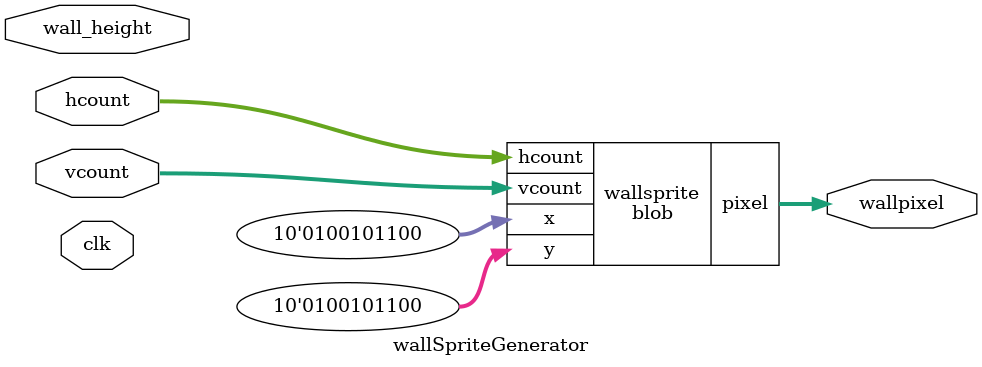
<source format=v>
`timescale 1ns / 1ps


module labkit(
   input CLK100MHZ,
   input[15:0] SW, 
   input BTNC, BTNU, BTNL, BTNR, BTND,
   output[3:0] VGA_R, 
   output[3:0] VGA_B, 
   output[3:0] VGA_G,
   output[7:0] JA, 
   output VGA_HS, 
   output VGA_VS, 
   output LED16_B, LED16_G, LED16_R,
   output LED17_B, LED17_G, LED17_R,
   output[15:0] LED,
   output[7:0] SEG,  // segments A-G (0-6), DP (7)
   output[7:0] AN    // Display 0-7
   );
   

// create 25mhz system clock
    wire clock_25mhz;
    clock_quarter_divider clockgen(.clk100_mhz(CLK100MHZ), .clock_25mhz(clock_25mhz));

//  instantiate 7-segment display;  
    wire [31:0] data;
    wire [6:0] segments;
    display_8hex display(.clk(clock_25mhz),.data(data), .seg(segments), .strobe(AN));    
    assign SEG[6:0] = segments;
    assign SEG[7] = 1'b1;

//////////////////////////////////////////////////////////////////////////////////
//
//  remove these lines and insert your lab here

    assign LED = SW;     
    assign JA[7:0] = 8'b0;
    
    assign LED16_R = BTNL;                  // left button -> red led
    assign LED16_G = BTNC;                  // center button -> green led
    assign LED16_B = BTNR;                  // right button -> blue led
    assign LED17_R = BTNL;
    assign LED17_G = BTNC;
    assign LED17_B = BTNR; 



//
//////////////////////////////////////////////////////////////////////////////////




 
//////////////////////////////////////////////////////////////////////////////////
// sample Verilog to generate color bars
    
    wire [9:0] hcount;
    wire [9:0] vcount;
    wire hsync, vsync, at_display_area;
    wire [23:0] pixel;
    screamyBird scgame(.clk(clock_25mhz),.pixel(pixel),.at_display_area(at_display_area),.hsync(hsync),.vsync(vsync));

//    vga vga1(.vga_clock(clock_25mhz),.hcount(hcount),.vcount(vcount),
//      .hsync(hsync),.vsync(vsync),.at_display_area(at_display_area));
    
    assign data = {4'd1, pixel};   // display 0123456 + SW
    assign VGA_R = at_display_area ? pixel[23:20] : 0;
    assign VGA_G = at_display_area ? 4'b1111 :0;
    assign VGA_B = 0;
    assign VGA_HS = ~hsync;
    assign VGA_VS = ~vsync;
endmodule

module clock_quarter_divider(input clk100_mhz, output reg clock_25mhz = 0);
    reg counter = 0;

    // VERY BAD VERILOG
    // VERY BAD VERILOG
    // VERY BAD VERILOG
    // But it's a quick and dirty way to create a 25Mhz clock
    // Please use the IP Clock Wizard under FPGA Features/Clocking
    //
    // For 1 Hz pulse, it's okay to use a counter to create the pulse as in
    // assign onehz = (counter == 100_000_000); 
    // be sure to have the right number of bits.

    always @(posedge clk100_mhz) begin
        counter <= counter + 1;
        if (counter == 0) begin
            clock_25mhz <= ~clock_25mhz;
        end
    end
endmodule

module vga(input vga_clock,
            output reg [9:0] hcount = 0,    // pixel number on current line
            output reg [9:0] vcount = 0,    // line number
            output reg vsync, hsync, 
            output at_display_area);

   // Comments applies to XVGA 1024x768, left in for reference
   // horizontal: 1344 pixels total
   // display 1024 pixels per line
   reg hblank,vblank;
   wire hsyncon,hsyncoff,hreset,hblankon;
   assign hblankon = (hcount == 639);    // active H  1023
   assign hsyncon = (hcount == 655);     // active H + FP 1047
   assign hsyncoff = (hcount == 751);    // active H + fp + sync  1183
   assign hreset = (hcount == 799);      // active H + fp + sync + bp 1343

   // vertical: 806 lines total
   // display 768 lines
   wire vsyncon,vsyncoff,vreset,vblankon;
   assign vblankon = hreset & (vcount == 479);    // active V   767
   assign vsyncon = hreset & (vcount ==490 );     // active V + fp   776
   assign vsyncoff = hreset & (vcount == 492);    // active V + fp + sync  783
   assign vreset = hreset & (vcount == 523);      // active V + fp + sync + bp 805

   // sync and blanking
   wire next_hblank,next_vblank;
   assign next_hblank = hreset ? 0 : hblankon ? 1 : hblank;
   assign next_vblank = vreset ? 0 : vblankon ? 1 : vblank;
   always @(posedge vga_clock) begin
      hcount <= hreset ? 0 : hcount + 1;
      hblank <= next_hblank;
      hsync <= hsyncon ? 0 : hsyncoff ? 1 : hsync;  // active low

      vcount <= hreset ? (vreset ? 0 : vcount + 1) : vcount;
      vblank <= next_vblank;
      vsync <= vsyncon ? 0 : vsyncoff ? 1 : vsync;  // active low

   end

   assign at_display_area = ((hcount >= 0) && (hcount < 640) && (vcount >= 0) && (vcount < 480));

endmodule

//////////////////////////////////////////////////////////////////////
//
// blob: generate rectangle on screen
//
//////////////////////////////////////////////////////////////////////
module blob
   #(parameter WIDTH = 64,            // default width: 64 pixels
               HEIGHT = 64,           // default height: 64 pixels
               COLOR = 24'hFF_FF_FF)  // default color: white
   (input [9:0] x,hcount,
    input [9:0] y,vcount,
    output reg [23:0] pixel);

   always @ * begin
      if ((hcount >= x && hcount < (x+WIDTH)) &&
	 (vcount >= y && vcount < (y+HEIGHT)))
	pixel = COLOR;
      else pixel = 0;
   end
endmodule

module screamyBird (
    input clk,
    output [23:0] pixel,
    output at_display_area,
    output hsync,
    output vsync
);
    wire [9:0] hcount;
    wire [9:0] vcount;
    wire [9:0] character_height;
    wire [23:0] charapixel;
    wire [23:0] wallpixel;
    gameFSM game(.clk(clk),.start(clk),.hsync(hsync), .hcount(hcount),.vcount(vcount),.vsync(vsync), .character_height(character_height), .at_display_area(at_display_area));
    characterSpriteGenerator cspritegen(.character_height(character_height),.hcount(hcount),.vcount(vcount), .clk(clk),.charapixel(charapixel));
    wallSpriteGenerator wspritegen(.wall_height(character_height),.hcount(hcount),.vcount(vcount),.clk(clk),.wallpixel(wallpixel));
    assign pixel = charapixel;
endmodule

module gameFSM (
    //game FSM inputs will go here after being debounced
    input clk,
    input start,
    output hsync,
    output vsync,
    output at_display_area,
    output [9:0] hcount,
    output [9:0] vcount,
    output reg [9:0] character_height
    );
    vga vga1(.vga_clock(clk),.hcount(hcount),.vcount(vcount),
      .hsync(hsync),.vsync(vsync),.at_display_area(at_display_area));
    
   always @(start) begin
    character_height = 256;
   end
    
endmodule

module characterSpriteGenerator(
    input [9:0] character_height,
    input [9:0] hcount,
    input [9:0] vcount,
    input clk,
    output [23:0] charapixel
);
    
    blob charactersprite(.x(10'd0),.y(10'd0),.hcount(hcount), .vcount(vcount), .pixel(charapixel));

endmodule

module wallSpriteGenerator(
    input [9:0] wall_height,
    input [9:0] hcount,
    input [9:0] vcount,
    input clk,
    output [23:0] wallpixel
);
    
    blob wallsprite(.x(10'd300),.y(10'd300),.hcount(hcount), .vcount(vcount), .pixel(wallpixel));

endmodule


</source>
